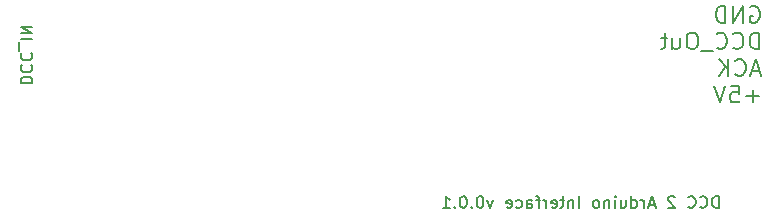
<source format=gbr>
%TF.GenerationSoftware,KiCad,Pcbnew,5.1.6-c6e7f7d~87~ubuntu20.04.1*%
%TF.CreationDate,2020-08-28T13:06:37+02:00*%
%TF.ProjectId,DCC,4443432e-6b69-4636-9164-5f7063625858,rev?*%
%TF.SameCoordinates,Original*%
%TF.FileFunction,Legend,Bot*%
%TF.FilePolarity,Positive*%
%FSLAX46Y46*%
G04 Gerber Fmt 4.6, Leading zero omitted, Abs format (unit mm)*
G04 Created by KiCad (PCBNEW 5.1.6-c6e7f7d~87~ubuntu20.04.1) date 2020-08-28 13:06:37*
%MOMM*%
%LPD*%
G01*
G04 APERTURE LIST*
%ADD10C,0.150000*%
G04 APERTURE END LIST*
D10*
X118335833Y-80925000D02*
X118469166Y-80858333D01*
X118669166Y-80858333D01*
X118869166Y-80925000D01*
X119002500Y-81058333D01*
X119069166Y-81191666D01*
X119135833Y-81458333D01*
X119135833Y-81658333D01*
X119069166Y-81925000D01*
X119002500Y-82058333D01*
X118869166Y-82191666D01*
X118669166Y-82258333D01*
X118535833Y-82258333D01*
X118335833Y-82191666D01*
X118269166Y-82125000D01*
X118269166Y-81658333D01*
X118535833Y-81658333D01*
X117669166Y-82258333D02*
X117669166Y-80858333D01*
X116869166Y-82258333D01*
X116869166Y-80858333D01*
X116202500Y-82258333D02*
X116202500Y-80858333D01*
X115869166Y-80858333D01*
X115669166Y-80925000D01*
X115535833Y-81058333D01*
X115469166Y-81191666D01*
X115402500Y-81458333D01*
X115402500Y-81658333D01*
X115469166Y-81925000D01*
X115535833Y-82058333D01*
X115669166Y-82191666D01*
X115869166Y-82258333D01*
X116202500Y-82258333D01*
X119069166Y-84508333D02*
X119069166Y-83108333D01*
X118735833Y-83108333D01*
X118535833Y-83175000D01*
X118402500Y-83308333D01*
X118335833Y-83441666D01*
X118269166Y-83708333D01*
X118269166Y-83908333D01*
X118335833Y-84175000D01*
X118402500Y-84308333D01*
X118535833Y-84441666D01*
X118735833Y-84508333D01*
X119069166Y-84508333D01*
X116869166Y-84375000D02*
X116935833Y-84441666D01*
X117135833Y-84508333D01*
X117269166Y-84508333D01*
X117469166Y-84441666D01*
X117602500Y-84308333D01*
X117669166Y-84175000D01*
X117735833Y-83908333D01*
X117735833Y-83708333D01*
X117669166Y-83441666D01*
X117602500Y-83308333D01*
X117469166Y-83175000D01*
X117269166Y-83108333D01*
X117135833Y-83108333D01*
X116935833Y-83175000D01*
X116869166Y-83241666D01*
X115469166Y-84375000D02*
X115535833Y-84441666D01*
X115735833Y-84508333D01*
X115869166Y-84508333D01*
X116069166Y-84441666D01*
X116202500Y-84308333D01*
X116269166Y-84175000D01*
X116335833Y-83908333D01*
X116335833Y-83708333D01*
X116269166Y-83441666D01*
X116202500Y-83308333D01*
X116069166Y-83175000D01*
X115869166Y-83108333D01*
X115735833Y-83108333D01*
X115535833Y-83175000D01*
X115469166Y-83241666D01*
X115202500Y-84641666D02*
X114135833Y-84641666D01*
X113535833Y-83108333D02*
X113269166Y-83108333D01*
X113135833Y-83175000D01*
X113002500Y-83308333D01*
X112935833Y-83575000D01*
X112935833Y-84041666D01*
X113002500Y-84308333D01*
X113135833Y-84441666D01*
X113269166Y-84508333D01*
X113535833Y-84508333D01*
X113669166Y-84441666D01*
X113802500Y-84308333D01*
X113869166Y-84041666D01*
X113869166Y-83575000D01*
X113802500Y-83308333D01*
X113669166Y-83175000D01*
X113535833Y-83108333D01*
X111735833Y-83575000D02*
X111735833Y-84508333D01*
X112335833Y-83575000D02*
X112335833Y-84308333D01*
X112269166Y-84441666D01*
X112135833Y-84508333D01*
X111935833Y-84508333D01*
X111802500Y-84441666D01*
X111735833Y-84375000D01*
X111269166Y-83575000D02*
X110735833Y-83575000D01*
X111069166Y-83108333D02*
X111069166Y-84308333D01*
X111002500Y-84441666D01*
X110869166Y-84508333D01*
X110735833Y-84508333D01*
X119135833Y-86358333D02*
X118469166Y-86358333D01*
X119269166Y-86758333D02*
X118802500Y-85358333D01*
X118335833Y-86758333D01*
X117069166Y-86625000D02*
X117135833Y-86691666D01*
X117335833Y-86758333D01*
X117469166Y-86758333D01*
X117669166Y-86691666D01*
X117802500Y-86558333D01*
X117869166Y-86425000D01*
X117935833Y-86158333D01*
X117935833Y-85958333D01*
X117869166Y-85691666D01*
X117802500Y-85558333D01*
X117669166Y-85425000D01*
X117469166Y-85358333D01*
X117335833Y-85358333D01*
X117135833Y-85425000D01*
X117069166Y-85491666D01*
X116469166Y-86758333D02*
X116469166Y-85358333D01*
X115669166Y-86758333D02*
X116269166Y-85958333D01*
X115669166Y-85358333D02*
X116469166Y-86158333D01*
X119069166Y-88475000D02*
X118002500Y-88475000D01*
X118535833Y-89008333D02*
X118535833Y-87941666D01*
X116669166Y-87608333D02*
X117335833Y-87608333D01*
X117402500Y-88275000D01*
X117335833Y-88208333D01*
X117202500Y-88141666D01*
X116869166Y-88141666D01*
X116735833Y-88208333D01*
X116669166Y-88275000D01*
X116602500Y-88408333D01*
X116602500Y-88741666D01*
X116669166Y-88875000D01*
X116735833Y-88941666D01*
X116869166Y-89008333D01*
X117202500Y-89008333D01*
X117335833Y-88941666D01*
X117402500Y-88875000D01*
X116202500Y-87608333D02*
X115735833Y-89008333D01*
X115269166Y-87608333D01*
X115642857Y-97952380D02*
X115642857Y-96952380D01*
X115404761Y-96952380D01*
X115261904Y-97000000D01*
X115166666Y-97095238D01*
X115119047Y-97190476D01*
X115071428Y-97380952D01*
X115071428Y-97523809D01*
X115119047Y-97714285D01*
X115166666Y-97809523D01*
X115261904Y-97904761D01*
X115404761Y-97952380D01*
X115642857Y-97952380D01*
X114071428Y-97857142D02*
X114119047Y-97904761D01*
X114261904Y-97952380D01*
X114357142Y-97952380D01*
X114500000Y-97904761D01*
X114595238Y-97809523D01*
X114642857Y-97714285D01*
X114690476Y-97523809D01*
X114690476Y-97380952D01*
X114642857Y-97190476D01*
X114595238Y-97095238D01*
X114500000Y-97000000D01*
X114357142Y-96952380D01*
X114261904Y-96952380D01*
X114119047Y-97000000D01*
X114071428Y-97047619D01*
X113071428Y-97857142D02*
X113119047Y-97904761D01*
X113261904Y-97952380D01*
X113357142Y-97952380D01*
X113500000Y-97904761D01*
X113595238Y-97809523D01*
X113642857Y-97714285D01*
X113690476Y-97523809D01*
X113690476Y-97380952D01*
X113642857Y-97190476D01*
X113595238Y-97095238D01*
X113500000Y-97000000D01*
X113357142Y-96952380D01*
X113261904Y-96952380D01*
X113119047Y-97000000D01*
X113071428Y-97047619D01*
X111928571Y-97047619D02*
X111880952Y-97000000D01*
X111785714Y-96952380D01*
X111547619Y-96952380D01*
X111452380Y-97000000D01*
X111404761Y-97047619D01*
X111357142Y-97142857D01*
X111357142Y-97238095D01*
X111404761Y-97380952D01*
X111976190Y-97952380D01*
X111357142Y-97952380D01*
X110214285Y-97666666D02*
X109738095Y-97666666D01*
X110309523Y-97952380D02*
X109976190Y-96952380D01*
X109642857Y-97952380D01*
X109309523Y-97952380D02*
X109309523Y-97285714D01*
X109309523Y-97476190D02*
X109261904Y-97380952D01*
X109214285Y-97333333D01*
X109119047Y-97285714D01*
X109023809Y-97285714D01*
X108261904Y-97952380D02*
X108261904Y-96952380D01*
X108261904Y-97904761D02*
X108357142Y-97952380D01*
X108547619Y-97952380D01*
X108642857Y-97904761D01*
X108690476Y-97857142D01*
X108738095Y-97761904D01*
X108738095Y-97476190D01*
X108690476Y-97380952D01*
X108642857Y-97333333D01*
X108547619Y-97285714D01*
X108357142Y-97285714D01*
X108261904Y-97333333D01*
X107357142Y-97285714D02*
X107357142Y-97952380D01*
X107785714Y-97285714D02*
X107785714Y-97809523D01*
X107738095Y-97904761D01*
X107642857Y-97952380D01*
X107500000Y-97952380D01*
X107404761Y-97904761D01*
X107357142Y-97857142D01*
X106880952Y-97952380D02*
X106880952Y-97285714D01*
X106880952Y-96952380D02*
X106928571Y-97000000D01*
X106880952Y-97047619D01*
X106833333Y-97000000D01*
X106880952Y-96952380D01*
X106880952Y-97047619D01*
X106404761Y-97285714D02*
X106404761Y-97952380D01*
X106404761Y-97380952D02*
X106357142Y-97333333D01*
X106261904Y-97285714D01*
X106119047Y-97285714D01*
X106023809Y-97333333D01*
X105976190Y-97428571D01*
X105976190Y-97952380D01*
X105357142Y-97952380D02*
X105452380Y-97904761D01*
X105500000Y-97857142D01*
X105547619Y-97761904D01*
X105547619Y-97476190D01*
X105500000Y-97380952D01*
X105452380Y-97333333D01*
X105357142Y-97285714D01*
X105214285Y-97285714D01*
X105119047Y-97333333D01*
X105071428Y-97380952D01*
X105023809Y-97476190D01*
X105023809Y-97761904D01*
X105071428Y-97857142D01*
X105119047Y-97904761D01*
X105214285Y-97952380D01*
X105357142Y-97952380D01*
X103833333Y-97952380D02*
X103833333Y-96952380D01*
X103357142Y-97285714D02*
X103357142Y-97952380D01*
X103357142Y-97380952D02*
X103309523Y-97333333D01*
X103214285Y-97285714D01*
X103071428Y-97285714D01*
X102976190Y-97333333D01*
X102928571Y-97428571D01*
X102928571Y-97952380D01*
X102595238Y-97285714D02*
X102214285Y-97285714D01*
X102452380Y-96952380D02*
X102452380Y-97809523D01*
X102404761Y-97904761D01*
X102309523Y-97952380D01*
X102214285Y-97952380D01*
X101500000Y-97904761D02*
X101595238Y-97952380D01*
X101785714Y-97952380D01*
X101880952Y-97904761D01*
X101928571Y-97809523D01*
X101928571Y-97428571D01*
X101880952Y-97333333D01*
X101785714Y-97285714D01*
X101595238Y-97285714D01*
X101500000Y-97333333D01*
X101452380Y-97428571D01*
X101452380Y-97523809D01*
X101928571Y-97619047D01*
X101023809Y-97952380D02*
X101023809Y-97285714D01*
X101023809Y-97476190D02*
X100976190Y-97380952D01*
X100928571Y-97333333D01*
X100833333Y-97285714D01*
X100738095Y-97285714D01*
X100547619Y-97285714D02*
X100166666Y-97285714D01*
X100404761Y-97952380D02*
X100404761Y-97095238D01*
X100357142Y-97000000D01*
X100261904Y-96952380D01*
X100166666Y-96952380D01*
X99404761Y-97952380D02*
X99404761Y-97428571D01*
X99452380Y-97333333D01*
X99547619Y-97285714D01*
X99738095Y-97285714D01*
X99833333Y-97333333D01*
X99404761Y-97904761D02*
X99500000Y-97952380D01*
X99738095Y-97952380D01*
X99833333Y-97904761D01*
X99880952Y-97809523D01*
X99880952Y-97714285D01*
X99833333Y-97619047D01*
X99738095Y-97571428D01*
X99500000Y-97571428D01*
X99404761Y-97523809D01*
X98500000Y-97904761D02*
X98595238Y-97952380D01*
X98785714Y-97952380D01*
X98880952Y-97904761D01*
X98928571Y-97857142D01*
X98976190Y-97761904D01*
X98976190Y-97476190D01*
X98928571Y-97380952D01*
X98880952Y-97333333D01*
X98785714Y-97285714D01*
X98595238Y-97285714D01*
X98500000Y-97333333D01*
X97690476Y-97904761D02*
X97785714Y-97952380D01*
X97976190Y-97952380D01*
X98071428Y-97904761D01*
X98119047Y-97809523D01*
X98119047Y-97428571D01*
X98071428Y-97333333D01*
X97976190Y-97285714D01*
X97785714Y-97285714D01*
X97690476Y-97333333D01*
X97642857Y-97428571D01*
X97642857Y-97523809D01*
X98119047Y-97619047D01*
X96547619Y-97285714D02*
X96309523Y-97952380D01*
X96071428Y-97285714D01*
X95500000Y-96952380D02*
X95404761Y-96952380D01*
X95309523Y-97000000D01*
X95261904Y-97047619D01*
X95214285Y-97142857D01*
X95166666Y-97333333D01*
X95166666Y-97571428D01*
X95214285Y-97761904D01*
X95261904Y-97857142D01*
X95309523Y-97904761D01*
X95404761Y-97952380D01*
X95500000Y-97952380D01*
X95595238Y-97904761D01*
X95642857Y-97857142D01*
X95690476Y-97761904D01*
X95738095Y-97571428D01*
X95738095Y-97333333D01*
X95690476Y-97142857D01*
X95642857Y-97047619D01*
X95595238Y-97000000D01*
X95500000Y-96952380D01*
X94738095Y-97857142D02*
X94690476Y-97904761D01*
X94738095Y-97952380D01*
X94785714Y-97904761D01*
X94738095Y-97857142D01*
X94738095Y-97952380D01*
X94071428Y-96952380D02*
X93976190Y-96952380D01*
X93880952Y-97000000D01*
X93833333Y-97047619D01*
X93785714Y-97142857D01*
X93738095Y-97333333D01*
X93738095Y-97571428D01*
X93785714Y-97761904D01*
X93833333Y-97857142D01*
X93880952Y-97904761D01*
X93976190Y-97952380D01*
X94071428Y-97952380D01*
X94166666Y-97904761D01*
X94214285Y-97857142D01*
X94261904Y-97761904D01*
X94309523Y-97571428D01*
X94309523Y-97333333D01*
X94261904Y-97142857D01*
X94214285Y-97047619D01*
X94166666Y-97000000D01*
X94071428Y-96952380D01*
X93309523Y-97857142D02*
X93261904Y-97904761D01*
X93309523Y-97952380D01*
X93357142Y-97904761D01*
X93309523Y-97857142D01*
X93309523Y-97952380D01*
X92309523Y-97952380D02*
X92880952Y-97952380D01*
X92595238Y-97952380D02*
X92595238Y-96952380D01*
X92690476Y-97095238D01*
X92785714Y-97190476D01*
X92880952Y-97238095D01*
X56547619Y-87404761D02*
X57547619Y-87404761D01*
X57547619Y-87166666D01*
X57500000Y-87023809D01*
X57404761Y-86928571D01*
X57309523Y-86880952D01*
X57119047Y-86833333D01*
X56976190Y-86833333D01*
X56785714Y-86880952D01*
X56690476Y-86928571D01*
X56595238Y-87023809D01*
X56547619Y-87166666D01*
X56547619Y-87404761D01*
X56642857Y-85833333D02*
X56595238Y-85880952D01*
X56547619Y-86023809D01*
X56547619Y-86119047D01*
X56595238Y-86261904D01*
X56690476Y-86357142D01*
X56785714Y-86404761D01*
X56976190Y-86452380D01*
X57119047Y-86452380D01*
X57309523Y-86404761D01*
X57404761Y-86357142D01*
X57500000Y-86261904D01*
X57547619Y-86119047D01*
X57547619Y-86023809D01*
X57500000Y-85880952D01*
X57452380Y-85833333D01*
X56642857Y-84833333D02*
X56595238Y-84880952D01*
X56547619Y-85023809D01*
X56547619Y-85119047D01*
X56595238Y-85261904D01*
X56690476Y-85357142D01*
X56785714Y-85404761D01*
X56976190Y-85452380D01*
X57119047Y-85452380D01*
X57309523Y-85404761D01*
X57404761Y-85357142D01*
X57500000Y-85261904D01*
X57547619Y-85119047D01*
X57547619Y-85023809D01*
X57500000Y-84880952D01*
X57452380Y-84833333D01*
X56452380Y-84642857D02*
X56452380Y-83880952D01*
X56547619Y-83642857D02*
X57547619Y-83642857D01*
X56547619Y-83166666D02*
X57547619Y-83166666D01*
X56547619Y-82595238D01*
X57547619Y-82595238D01*
M02*

</source>
